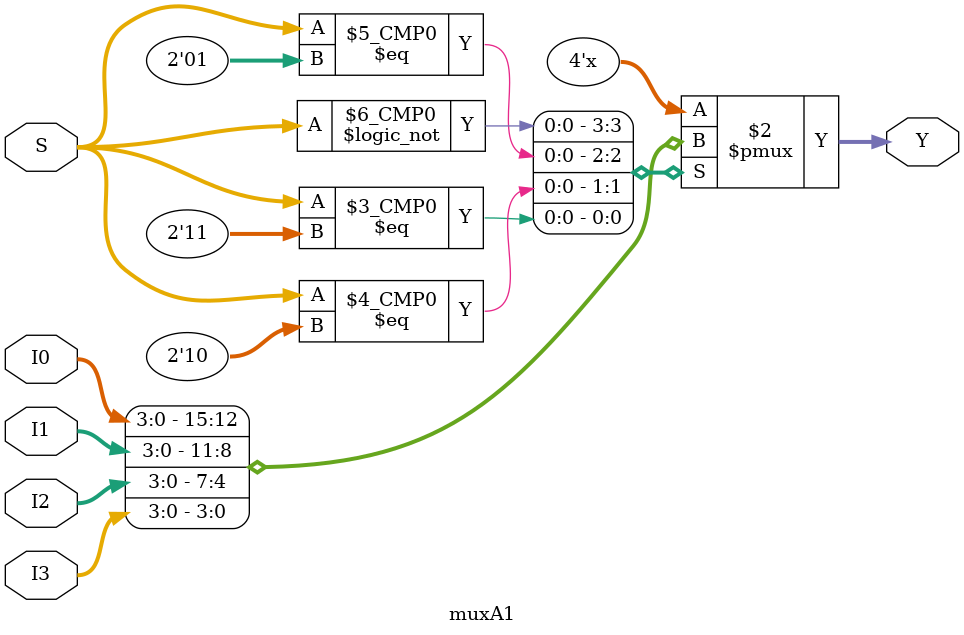
<source format=v>
`timescale 1ns / 1ps


module muxA1(
    input [3:0] I0, I1, I2, I3,  // Inputs for each digit
    input [1:0] S,               // Selector
    output reg [3:0] Y           // Output
);
    always @(*) begin
        case (S)
            2'b00: Y = I0;
            2'b01: Y = I1;
            2'b10: Y = I2;
            2'b11: Y = I3;
            default: Y = 4'b0000;
        endcase
    end
endmodule


</source>
